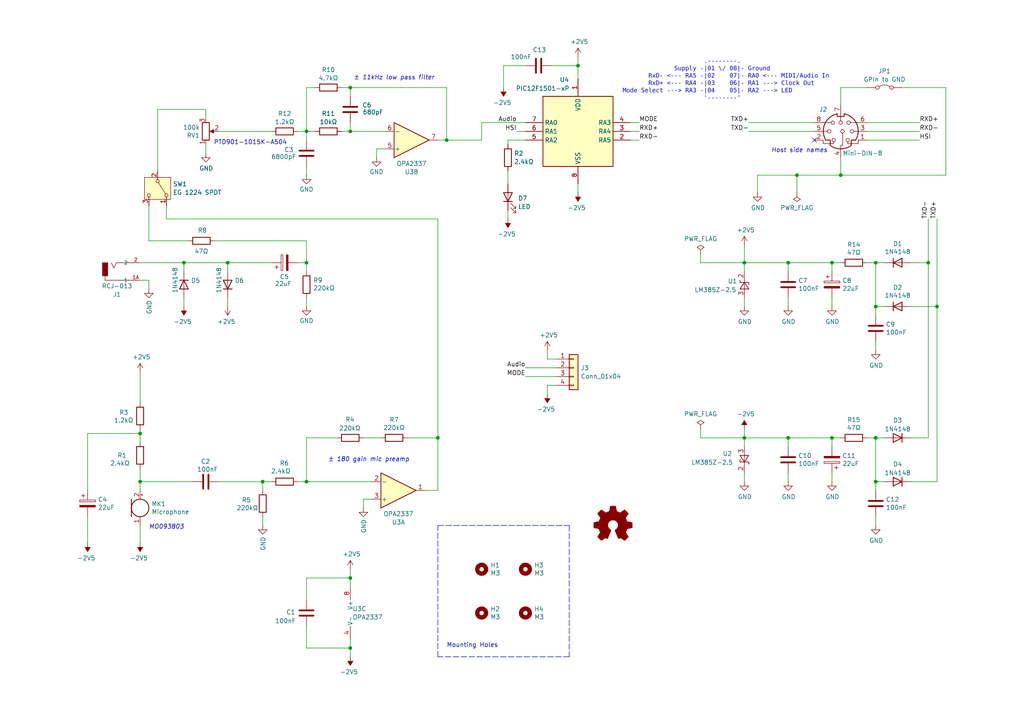
<source format=kicad_sch>
(kicad_sch (version 20231120) (generator "eeschema") (generator_version "8.0")
  (paper "A4")
  (title_block (title "TashRecorder") (date "2024-06-02") (rev "2.1") (company "Lostwave") (comment 1 "https://68kmla.org/bb/index.php?threads/tashrecorder-a-farallon-macrecorder-compatible-clone.47645/#post-534733") (comment 2 "https://github.com/lampmerchant/tashrecorder") (comment 3 "https://tinkerdifferent.com/threads/tashrecorder-a-farallon-macrecorder-compatible-clone.3632/"))
  (lib_symbols
    (symbol "Amplifier_Operational:OPA2134" (pin_names (offset 0.127))
      (property "Reference" "U" (at 0 5.08 0))
      (property "Value" "OPA2134" (at 0 -5.08 0))
      (symbol "OPA2134_1_1"
        (pin output line (at 7.62 0 180) (length 2.54) (name "~") (number "1"))
        (pin input line (at -7.62 -2.54 0) (length 2.54) (name "-") (number "2"))
        (pin input line (at -7.62 2.54 0) (length 2.54) (name "+") (number "3"))
      )
      (symbol "OPA2134_2_1"
        (pin input line (at -7.62 2.54 0) (length 2.54) (name "+") (number "5"))
        (pin input line (at -7.62 -2.54 0) (length 2.54) (name "-") (number "6"))
        (pin output line (at 7.62 0 180) (length 2.54) (name "~") (number "7"))
      )
      (symbol "OPA2134_3_1"
        (pin power_in line (at -2.54 -7.62 90) (length 3.81) (name "V-") (number "4"))
        (pin power_in line (at -2.54 7.62 270) (length 3.81) (name "V+") (number "8"))
      )
    )
    (symbol "CUI_RCJ-013:RCJ-013" (pin_names (offset 1.016))
      (property "Reference" "J" (at -2.54 3.81 0))
      (property "Value" "RCJ-013" (at -2.54 -6.35 0))
      (symbol "RCJ-013_0_0"
        (pin passive line (at 7.62 2.54 180) (length 2.54) (name "1") (number "1A"))
        (pin passive line (at 7.62 -2.54 180) (length 2.54) (name "2") (number "2"))
      )
    )
    (symbol "Connector:Mini-DIN-8" (pin_names (offset 1.016))
      (property "Reference" "J" (at 5.08 5.08 0))
      (property "Value" "Mini-DIN-8" (at 10.668 -5.08 0))
      (symbol "Mini-DIN-8_1_1"
        (pin passive line (at 7.62 -2.54 180) (length 2.54) (name "~") (number "1"))
        (pin passive line (at -7.62 -2.54 0) (length 2.54) (name "~") (number "2"))
        (pin passive line (at 7.62 0 180) (length 2.54) (name "~") (number "3"))
        (pin passive line (at 0 -7.62 90) (length 2.54) (name "~") (number "4"))
        (pin passive line (at -7.62 0 0) (length 2.54) (name "~") (number "5"))
        (pin passive line (at 7.62 2.54 180) (length 2.54) (name "~") (number "6"))
        (pin passive line (at 0 7.62 270) (length 2.54) (name "~") (number "7"))
        (pin passive line (at -7.62 2.54 0) (length 2.54) (name "~") (number "8"))
      )
    )
    (symbol "Connector_Generic:Conn_01x04" (pin_names (offset 1.016) hide)
      (property "Reference" "J" (at 0 5.08 0))
      (property "Value" "Conn_01x04" (at 0 -7.62 0))
      (symbol "Conn_01x04_1_1"
        (pin passive line (at -5.08 2.54 0) (length 3.81) (name "Pin_1") (number "1"))
        (pin passive line (at -5.08 0 0) (length 3.81) (name "Pin_2") (number "2"))
        (pin passive line (at -5.08 -2.54 0) (length 3.81) (name "Pin_3") (number "3"))
        (pin passive line (at -5.08 -5.08 0) (length 3.81) (name "Pin_4") (number "4"))
      )
    )
    (symbol "Device:C" (pin_numbers hide) (pin_names (offset 0.254))
      (property "Reference" "C" (at 0.635 2.54 0))
      (property "Value" "C" (at 0.635 -2.54 0))
      (symbol "C_1_1"
        (pin passive line (at 0 3.81 270) (length 2.794) (name "~") (number "1"))
        (pin passive line (at 0 -3.81 90) (length 2.794) (name "~") (number "2"))
      )
    )
    (symbol "Device:LED" (pin_numbers hide) (pin_names (offset 1.016) hide)
      (property "Reference" "D" (at 0 2.54 0))
      (property "Value" "LED" (at 0 -2.54 0))
      (symbol "LED_1_1"
        (pin passive line (at -3.81 0 0) (length 2.54) (name "K") (number "1"))
        (pin passive line (at 3.81 0 180) (length 2.54) (name "A") (number "2"))
      )
    )
    (symbol "Device:Microphone" (pin_names (offset 0.0254) hide)
      (property "Reference" "MK" (at -3.81 1.27 0))
      (property "Value" "Microphone" (at -3.81 -0.635 0))
      (symbol "Microphone_1_1"
        (pin passive line (at 0 -5.08 90) (length 2.54) (name "-") (number "1"))
        (pin passive line (at 0 5.08 270) (length 2.54) (name "+") (number "2"))
      )
    )
    (symbol "Device:R" (pin_numbers hide) (pin_names (offset 0))
      (property "Reference" "R" (at 2.032 0 90))
      (property "Value" "R" (at 0 0 90))
      (symbol "R_1_1"
        (pin passive line (at 0 3.81 270) (length 1.27) (name "~") (number "1"))
        (pin passive line (at 0 -3.81 90) (length 1.27) (name "~") (number "2"))
      )
    )
    (symbol "Diode:1N4148WS" (pin_numbers hide) (pin_names hide)
      (property "Reference" "D" (at 0 2.54 0))
      (property "Value" "1N4148WS" (at 0 -2.54 0))
      (symbol "1N4148WS_1_1"
        (pin passive line (at -3.81 0 0) (length 2.54) (name "K") (number "1"))
        (pin passive line (at 3.81 0 180) (length 2.54) (name "A") (number "2"))
      )
    )
    (symbol "Graphic:Logo_Open_Hardware_Small" (in_bom no) (on_board no))
    (symbol "Jumper:Jumper_2_Bridged" (pin_numbers hide) (pin_names (offset 0) hide) (exclude_from_sim yes)
      (property "Reference" "JP" (at 0 1.905 0))
      (property "Value" "Jumper_2_Bridged" (at 0 -2.54 0))
      (symbol "Jumper_2_Bridged_1_1"
        (pin passive line (at -5.08 0 0) (length 2.54) (name "A") (number "1"))
        (pin passive line (at 5.08 0 180) (length 2.54) (name "B") (number "2"))
      )
    )
    (symbol "MCU_Microchip_PIC12:PIC12F1501-xP"
      (property "Reference" "U" (at 1.27 13.97 0))
      (property "Value" "PIC12F1501-xP" (at 1.27 11.43 0))
      (symbol "PIC12F1501-xP_1_1"
        (pin power_in line (at 0 15.24 270) (length 5.08) (name "VDD") (number "1"))
        (pin bidirectional line (at 15.24 -2.54 180) (length 5.08) (name "RA5") (number "2"))
        (pin bidirectional line (at 15.24 0 180) (length 5.08) (name "RA4") (number "3"))
        (pin input line (at 15.24 2.54 180) (length 5.08) (name "RA3") (number "4"))
        (pin bidirectional line (at -15.24 -2.54 0) (length 5.08) (name "RA2") (number "5"))
        (pin bidirectional line (at -15.24 0 0) (length 5.08) (name "RA1") (number "6"))
        (pin bidirectional line (at -15.24 2.54 0) (length 5.08) (name "RA0") (number "7"))
        (pin power_in line (at 0 -15.24 90) (length 5.08) (name "VSS") (number "8"))
      )
    )
    (symbol "MacRecorder-rescue:+2V5-power" (power) (pin_names (offset 0))
      (property "Value" "power_+2V5" (at 0 3.556 0))
      (symbol "+2V5-power_1_1"
        (pin power_in line (at 0 0 90) (length 0) hide (name "+2V5") (number "1"))
      )
    )
    (symbol "MacRecorder-rescue:-2V5-power" (power) (pin_names (offset 0))
      (property "Value" "power_-2V5" (at 0 3.81 0))
      (symbol "-2V5-power_0_0"
        (pin power_in line (at 0 0 90) (length 0) hide (name "-2V5") (number "1"))
      )
    )
    (symbol "MacRecorder-rescue:CP-Device" (pin_numbers hide) (pin_names (offset 0.254))
      (property "Reference" "C" (at 0.635 2.54 0))
      (property "Value" "Device_CP" (at 0.635 -2.54 0))
      (symbol "CP-Device_1_1"
        (pin passive line (at 0 3.81 270) (length 2.794) (name "~") (number "1"))
        (pin passive line (at 0 -3.81 90) (length 2.794) (name "~") (number "2"))
      )
    )
    (symbol "MacRecorder-rescue:GND-power" (power) (pin_names (offset 0))
      (property "Value" "power_GND" (at 0 -3.81 0))
      (symbol "GND-power_1_1"
        (pin power_in line (at 0 0 270) (length 0) hide (name "GND") (number "1"))
      )
    )
    (symbol "MacRecorder-rescue:PWR_FLAG-power" (power) (pin_numbers hide) (pin_names (offset 0) hide)
      (property "Value" "power_PWR_FLAG" (at 0 3.81 0))
      (symbol "PWR_FLAG-power_0_0"
        (pin power_out line (at 0 0 90) (length 0) (name "pwr") (number "1"))
      )
    )
    (symbol "MacRecorder-rescue:R_POT-Device" (pin_names (offset 1.016) hide)
      (property "Reference" "RV" (at -4.445 0 90))
      (property "Value" "Device_R_POT" (at -2.54 0 90))
      (symbol "R_POT-Device_1_1"
        (pin passive line (at 0 3.81 270) (length 1.27) (name "1") (number "1"))
        (pin passive line (at 3.81 0 180) (length 1.27) (name "2") (number "2"))
        (pin passive line (at 0 -3.81 90) (length 1.27) (name "3") (number "3"))
      )
    )
    (symbol "Mechanical:MountingHole" (pin_names (offset 1.016)) (exclude_from_sim yes) (in_bom no)
      (property "Reference" "H" (at 0 5.08 0))
      (property "Value" "MountingHole" (at 0 3.175 0))
    )
    (symbol "Reference_Voltage:LM385Z-2.5" (pin_names (offset 0.0254) hide)
      (property "Reference" "U" (at 0 2.54 0))
      (property "Value" "LM385Z-2.5" (at 0 -3.175 0))
      (symbol "LM385Z-2.5_1_1"
        (pin passive line (at 3.81 0 180) (length 2.54) (name "K") (number "2"))
        (pin passive line (at -3.81 0 0) (length 2.54) (name "A") (number "3"))
      )
    )
    (symbol "Switch:SW_SPDT" (pin_names (offset 0) hide)
      (property "Reference" "SW" (at 0 5.08 0))
      (property "Value" "SW_SPDT" (at 0 -5.08 0))
      (symbol "SW_SPDT_1_1"
        (pin passive line (at 5.08 2.54 180) (length 2.54) (name "A") (number "1"))
        (pin passive line (at -5.08 0 0) (length 2.54) (name "B") (number "2"))
        (pin passive line (at 5.08 -2.54 180) (length 2.54) (name "C") (number "3"))
      )
    )
    (symbol "power:GND" (power) (pin_numbers hide) (pin_names (offset 0) hide)
      (property "Value" "GND" (at 0 -3.81 0))
      (symbol "GND_1_1"
        (pin power_in line (at 0 0 270) (length 0) (name "~") (number "1"))
      )
    )
  )
  (junction (at 167.64 19.05))
  (junction (at 53.34 76.2))
  (junction (at 66.04 76.2))
  (junction (at 271.78 88.9))
  (junction (at 228.6 127))
  (junction (at 231.14 50.8))
  (junction (at 254 139.7))
  (junction (at 127 127))
  (junction (at 40.64 139.7))
  (junction (at 101.6 187.96))
  (junction (at 241.3 127))
  (junction (at 88.9 139.7))
  (junction (at 241.3 76.2))
  (junction (at 254 127))
  (junction (at 40.64 125.73))
  (junction (at 101.6 25.4))
  (junction (at 88.9 76.2))
  (junction (at 101.6 167.64))
  (junction (at 243.84 50.8))
  (junction (at 215.9 127))
  (junction (at 101.6 38.1))
  (junction (at 76.2 139.7))
  (junction (at 254 76.2))
  (junction (at 269.24 76.2))
  (junction (at 215.9 76.2))
  (junction (at 88.9 38.1))
  (junction (at 254 88.9))
  (junction (at 228.6 76.2))
  (junction (at 129.54 40.64))
  (no_connect (at 236.22 40.64))
  (wire (pts (xy 228.6 76.2) (xy 215.9 76.2)))
  (wire (pts (xy 228.6 78.74) (xy 228.6 76.2)))
  (wire (pts (xy 251.46 35.56) (xy 266.7 35.56)))
  (wire (pts (xy 53.34 88.9) (xy 53.34 86.36)))
  (wire (pts (xy 147.32 60.96) (xy 147.32 63.5)))
  (wire (pts (xy 152.4 109.22) (xy 161.29 109.22)))
  (wire (pts (xy 228.6 127) (xy 241.3 127)))
  (wire (pts (xy 88.9 173.99) (xy 88.9 167.64)))
  (wire (pts (xy 152.4 106.68) (xy 161.29 106.68)))
  (wire (pts (xy 127 127) (xy 118.11 127)))
  (wire (pts (xy 182.88 40.64) (xy 185.42 40.64)))
  (wire (pts (xy 40.64 76.2) (xy 53.34 76.2)))
  (wire (pts (xy 63.5 139.7) (xy 76.2 139.7)))
  (wire (pts (xy 167.64 53.34) (xy 167.64 55.88)))
  (wire (pts (xy 40.64 152.4) (xy 40.64 157.48)))
  (wire (pts (xy 167.64 16.51) (xy 167.64 19.05)))
  (wire (pts (xy 109.22 43.18) (xy 111.76 43.18)))
  (wire (pts (xy 254 127) (xy 256.54 127)))
  (wire (pts (xy 129.54 40.64) (xy 129.54 25.4)))
  (wire (pts (xy 160.02 19.05) (xy 167.64 19.05)))
  (wire (pts (xy 147.32 40.64) (xy 152.4 40.64)))
  (wire (pts (xy 241.3 78.74) (xy 241.3 76.2)))
  (wire (pts (xy 105.41 147.32) (xy 105.41 144.78)))
  (polyline (pts (xy 165.1 190.5) (xy 127 190.5)) (stroke (width 0) (type dash)))
  (wire (pts (xy 76.2 139.7) (xy 76.2 142.24)))
  (wire (pts (xy 158.75 111.76) (xy 161.29 111.76)))
  (wire (pts (xy 129.54 25.4) (xy 101.6 25.4)))
  (wire (pts (xy 243.84 25.4) (xy 251.46 25.4)))
  (wire (pts (xy 127 142.24) (xy 127 127)))
  (wire (pts (xy 48.26 63.5) (xy 127 63.5)))
  (wire (pts (xy 88.9 38.1) (xy 88.9 40.64)))
  (wire (pts (xy 88.9 139.7) (xy 88.9 127)))
  (wire (pts (xy 129.54 40.64) (xy 139.7 40.64)))
  (wire (pts (xy 182.88 35.56) (xy 185.42 35.56)))
  (wire (pts (xy 101.6 167.64) (xy 101.6 165.1)))
  (wire (pts (xy 109.22 45.72) (xy 109.22 43.18)))
  (wire (pts (xy 215.9 127) (xy 203.2 127)))
  (wire (pts (xy 167.64 19.05) (xy 167.64 22.86)))
  (wire (pts (xy 45.72 49.53) (xy 45.72 31.75)))
  (wire (pts (xy 219.71 50.8) (xy 231.14 50.8)))
  (wire (pts (xy 88.9 139.7) (xy 107.95 139.7)))
  (wire (pts (xy 139.7 40.64) (xy 139.7 35.56)))
  (wire (pts (xy 123.19 142.24) (xy 127 142.24)))
  (wire (pts (xy 88.9 86.36) (xy 88.9 88.9)))
  (wire (pts (xy 99.06 38.1) (xy 101.6 38.1)))
  (wire (pts (xy 217.17 38.1) (xy 236.22 38.1)))
  (wire (pts (xy 251.46 76.2) (xy 254 76.2)))
  (wire (pts (xy 105.41 144.78) (xy 107.95 144.78)))
  (wire (pts (xy 101.6 25.4) (xy 99.06 25.4)))
  (wire (pts (xy 101.6 167.64) (xy 101.6 170.18)))
  (wire (pts (xy 147.32 49.53) (xy 147.32 53.34)))
  (wire (pts (xy 228.6 139.7) (xy 228.6 137.16)))
  (wire (pts (xy 215.9 76.2) (xy 203.2 76.2)))
  (wire (pts (xy 86.36 38.1) (xy 88.9 38.1)))
  (wire (pts (xy 76.2 139.7) (xy 78.74 139.7)))
  (wire (pts (xy 241.3 76.2) (xy 243.84 76.2)))
  (wire (pts (xy 63.5 38.1) (xy 78.74 38.1)))
  (wire (pts (xy 215.9 71.12) (xy 215.9 76.2)))
  (wire (pts (xy 254 88.9) (xy 254 76.2)))
  (wire (pts (xy 161.29 104.14) (xy 158.75 104.14)))
  (wire (pts (xy 66.04 76.2) (xy 78.74 76.2)))
  (wire (pts (xy 91.44 25.4) (xy 88.9 25.4)))
  (wire (pts (xy 88.9 76.2) (xy 88.9 69.85)))
  (wire (pts (xy 228.6 129.54) (xy 228.6 127)))
  (wire (pts (xy 66.04 76.2) (xy 66.04 78.74)))
  (wire (pts (xy 251.46 38.1) (xy 266.7 38.1)))
  (wire (pts (xy 25.4 125.73) (xy 40.64 125.73)))
  (wire (pts (xy 264.16 76.2) (xy 269.24 76.2)))
  (wire (pts (xy 228.6 88.9) (xy 228.6 86.36)))
  (wire (pts (xy 269.24 76.2) (xy 269.24 63.5)))
  (wire (pts (xy 40.64 139.7) (xy 40.64 142.24)))
  (wire (pts (xy 158.75 104.14) (xy 158.75 101.6)))
  (wire (pts (xy 88.9 139.7) (xy 86.36 139.7)))
  (wire (pts (xy 215.9 78.74) (xy 215.9 76.2)))
  (wire (pts (xy 101.6 187.96) (xy 101.6 190.5)))
  (wire (pts (xy 88.9 25.4) (xy 88.9 38.1)))
  (wire (pts (xy 149.86 38.1) (xy 152.4 38.1)))
  (wire (pts (xy 88.9 187.96) (xy 101.6 187.96)))
  (wire (pts (xy 88.9 167.64) (xy 101.6 167.64)))
  (wire (pts (xy 231.14 50.8) (xy 231.14 55.88)))
  (wire (pts (xy 241.3 139.7) (xy 241.3 137.16)))
  (wire (pts (xy 54.61 69.85) (xy 43.18 69.85)))
  (wire (pts (xy 274.32 25.4) (xy 274.32 50.8)))
  (wire (pts (xy 243.84 30.48) (xy 243.84 25.4)))
  (wire (pts (xy 88.9 127) (xy 97.79 127)))
  (wire (pts (xy 182.88 38.1) (xy 185.42 38.1)))
  (wire (pts (xy 261.62 25.4) (xy 274.32 25.4)))
  (wire (pts (xy 40.64 107.95) (xy 40.64 116.84)))
  (wire (pts (xy 217.17 35.56) (xy 236.22 35.56)))
  (wire (pts (xy 215.9 139.7) (xy 215.9 137.16)))
  (wire (pts (xy 251.46 40.64) (xy 266.7 40.64)))
  (wire (pts (xy 127 63.5) (xy 127 127)))
  (wire (pts (xy 88.9 38.1) (xy 91.44 38.1)))
  (wire (pts (xy 48.26 59.69) (xy 48.26 63.5)))
  (wire (pts (xy 271.78 63.5) (xy 271.78 88.9)))
  (wire (pts (xy 254 101.6) (xy 254 99.06)))
  (wire (pts (xy 215.9 129.54) (xy 215.9 127)))
  (wire (pts (xy 25.4 149.86) (xy 25.4 157.48)))
  (wire (pts (xy 86.36 76.2) (xy 88.9 76.2)))
  (wire (pts (xy 43.18 83.82) (xy 43.18 81.28)))
  (wire (pts (xy 53.34 76.2) (xy 53.34 78.74)))
  (wire (pts (xy 203.2 73.66) (xy 203.2 76.2)))
  (polyline (pts (xy 127 152.4) (xy 165.1 152.4)) (stroke (width 0) (type dash)))
  (wire (pts (xy 256.54 139.7) (xy 254 139.7)))
  (wire (pts (xy 243.84 50.8) (xy 274.32 50.8)))
  (wire (pts (xy 254 91.44) (xy 254 88.9)))
  (wire (pts (xy 254 152.4) (xy 254 149.86)))
  (wire (pts (xy 101.6 25.4) (xy 101.6 27.94)))
  (wire (pts (xy 88.9 78.74) (xy 88.9 76.2)))
  (wire (pts (xy 45.72 31.75) (xy 59.69 31.75)))
  (wire (pts (xy 101.6 185.42) (xy 101.6 187.96)))
  (wire (pts (xy 101.6 35.56) (xy 101.6 38.1)))
  (wire (pts (xy 62.23 69.85) (xy 88.9 69.85)))
  (wire (pts (xy 215.9 127) (xy 215.9 124.46)))
  (wire (pts (xy 88.9 48.26) (xy 88.9 50.8)))
  (wire (pts (xy 59.69 44.45) (xy 59.69 41.91)))
  (wire (pts (xy 40.64 125.73) (xy 40.64 124.46)))
  (wire (pts (xy 228.6 127) (xy 215.9 127)))
  (wire (pts (xy 254 76.2) (xy 256.54 76.2)))
  (wire (pts (xy 269.24 127) (xy 269.24 76.2)))
  (wire (pts (xy 101.6 38.1) (xy 111.76 38.1)))
  (wire (pts (xy 40.64 125.73) (xy 40.64 128.27)))
  (wire (pts (xy 271.78 88.9) (xy 271.78 139.7)))
  (wire (pts (xy 251.46 127) (xy 254 127)))
  (wire (pts (xy 241.3 88.9) (xy 241.3 86.36)))
  (wire (pts (xy 203.2 127) (xy 203.2 124.46)))
  (wire (pts (xy 59.69 34.29) (xy 59.69 31.75)))
  (wire (pts (xy 76.2 149.86) (xy 76.2 152.4)))
  (wire (pts (xy 256.54 88.9) (xy 254 88.9)))
  (wire (pts (xy 215.9 88.9) (xy 215.9 86.36)))
  (wire (pts (xy 254 139.7) (xy 254 127)))
  (wire (pts (xy 146.05 25.4) (xy 146.05 19.05)))
  (wire (pts (xy 254 142.24) (xy 254 139.7)))
  (wire (pts (xy 43.18 59.69) (xy 43.18 69.85)))
  (wire (pts (xy 88.9 181.61) (xy 88.9 187.96)))
  (wire (pts (xy 105.41 127) (xy 110.49 127)))
  (wire (pts (xy 241.3 127) (xy 243.84 127)))
  (wire (pts (xy 147.32 41.91) (xy 147.32 40.64)))
  (wire (pts (xy 25.4 142.24) (xy 25.4 125.73)))
  (polyline (pts (xy 165.1 152.4) (xy 165.1 190.5)) (stroke (width 0) (type dash)))
  (wire (pts (xy 264.16 127) (xy 269.24 127)))
  (wire (pts (xy 231.14 50.8) (xy 243.84 50.8)))
  (wire (pts (xy 53.34 76.2) (xy 66.04 76.2)))
  (wire (pts (xy 243.84 45.72) (xy 243.84 50.8)))
  (wire (pts (xy 43.18 81.28) (xy 40.64 81.28)))
  (wire (pts (xy 66.04 88.9) (xy 66.04 86.36)))
  (wire (pts (xy 219.71 50.8) (xy 219.71 55.88)))
  (wire (pts (xy 271.78 139.7) (xy 264.16 139.7)))
  (wire (pts (xy 158.75 114.3) (xy 158.75 111.76)))
  (wire (pts (xy 228.6 76.2) (xy 241.3 76.2)))
  (wire (pts (xy 146.05 19.05) (xy 152.4 19.05)))
  (wire (pts (xy 241.3 129.54) (xy 241.3 127)))
  (wire (pts (xy 264.16 88.9) (xy 271.78 88.9)))
  (polyline (pts (xy 127 190.5) (xy 127 152.4)) (stroke (width 0) (type dash)))
  (wire (pts (xy 127 40.64) (xy 129.54 40.64)))
  (wire (pts (xy 40.64 139.7) (xy 55.88 139.7)))
  (wire (pts (xy 40.64 135.89) (xy 40.64 139.7)))
  (wire (pts (xy 139.7 35.56) (xy 152.4 35.56)))
  (text "                      .--------.\n              Supply -|01 \\/ 08|- Ground\n       RxD- <--- RA5 -|02    07|- RA0 <--- MIDI/Audio In\n       RxD+ <--- RA4 -|03    06|- RA1 ---> Clock Out\nMode Select ---> RA3 -|04    05|- RA2 ---> LED\n                      '--------'" (at 180.594 23.622 0) (effects (font (size 1.27 1.27)) (justify left)))
  (text "± 11kHz low pass filter" (at 114.3 22.606 0) (effects (font (size 1.27 1.27) (italic yes))))
  (text "PTD901-1015K-A504" (at 72.644 41.402 0) (effects (font (size 1.27 1.27))))
  (text "± 180 gain mic preamp" (at 106.934 133.35 0) (effects (font (size 1.27 1.27) (italic yes))))
  (text "MO093803" (at 43.18 153.67 0) (effects (font (size 1.27 1.27) (italic yes)) (justify left bottom)))
  (text "Mounting Holes" (at 129.54 187.96 0) (effects (font (size 1.27 1.27)) (justify left bottom)))
  (text "Host side names" (at 240.03 44.45 0) (effects (font (size 1.27 1.27) (italic yes)) (justify right bottom)))
  (label "Audio" (at 152.4 106.68 180))
  (label "RXD+" (at 266.7 35.56 0))
  (label "RXD-" (at 266.7 38.1 0))
  (label "Audio" (at 149.86 35.56 180))
  (label "TXD-" (at 217.17 38.1 180))
  (label "TXD-" (at 269.24 63.5 90))
  (label "MODE" (at 152.4 109.22 180))
  (label "HSI" (at 149.86 38.1 180))
  (label "TXD+" (at 271.78 63.5 90))
  (label "MODE" (at 185.42 35.56 0))
  (label "HSI" (at 266.7 40.64 0))
  (label "TXD+" (at 217.17 35.56 180))
  (label "RXD-" (at 185.42 40.64 0))
  (label "RXD+" (at 185.42 38.1 0))
  (symbol (lib_id "Connector:Mini-DIN-8") (at 243.84 38.1 0) (unit 1)
    (property "Reference" "J2" (at 238.76 31.75 0))
    (property "Value" "Mini-DIN-8" (at 250.19 44.45 0))
    (property "Footprint" "Mini-DIN-8:57492681" (effects (hide yes)))
    (property "Datasheet" "http://service.powerdynamics.com/ec/Catalog17/Section%2011.pdf" (effects (hide yes)))
  )
  (symbol (lib_id "MacRecorder-rescue:GND-power") (at 219.71 55.88 0) (unit 1)
    (property "Reference" "#PWR0101" (effects (hide yes)))
    (property "Value" "GND" (at 219.837 60.2742 0))
  )
  (symbol (lib_id "Diode:1N4148WS") (at 260.35 76.2 0) (unit 1)
    (property "Reference" "D1" (at 260.35 70.6882 0))
    (property "Value" "1N4148" (at 260.35 72.9996 0))
    (property "Footprint" "Diode_THT:D_DO-35_SOD27_P7.62mm_Horizontal" (effects (hide yes)))
    (property "Datasheet" "https://www.vishay.com/docs/85751/1n4148ws.pdf" (effects (hide yes)))
  )
  (symbol (lib_id "Diode:1N4148WS") (at 260.35 88.9 0) (unit 1)
    (property "Reference" "D2" (at 260.35 83.3882 0))
    (property "Value" "1N4148" (at 260.35 85.6996 0))
    (property "Footprint" "Diode_THT:D_DO-35_SOD27_P7.62mm_Horizontal" (effects (hide yes)))
    (property "Datasheet" "https://www.vishay.com/docs/85751/1n4148ws.pdf" (effects (hide yes)))
  )
  (symbol (lib_id "Diode:1N4148WS") (at 260.35 127 180) (unit 1)
    (property "Reference" "D3" (at 260.35 121.92 0))
    (property "Value" "1N4148" (at 260.35 124.46 0))
    (property "Footprint" "Diode_THT:D_DO-35_SOD27_P7.62mm_Horizontal" (effects (hide yes)))
    (property "Datasheet" "https://www.vishay.com/docs/85751/1n4148ws.pdf" (effects (hide yes)))
  )
  (symbol (lib_id "Diode:1N4148WS") (at 260.35 139.7 180) (unit 1)
    (property "Reference" "D4" (at 260.35 134.62 0))
    (property "Value" "1N4148" (at 260.35 137.16 0))
    (property "Footprint" "Diode_THT:D_DO-35_SOD27_P7.62mm_Horizontal" (effects (hide yes)))
    (property "Datasheet" "https://www.vishay.com/docs/85751/1n4148ws.pdf" (effects (hide yes)))
  )
  (symbol (lib_id "Device:C") (at 254 146.05 0) (unit 1)
    (property "Reference" "C12" (at 256.921 144.8816 0) (effects (justify left)))
    (property "Value" "100nF" (at 256.921 147.193 0) (effects (justify left)))
    (property "Footprint" "Capacitor_THT:C_Disc_D4.3mm_W1.9mm_P5.00mm" (effects (hide yes)))
  )
  (symbol (lib_id "MacRecorder-rescue:GND-power") (at 254 152.4 0) (unit 1)
    (property "Reference" "#PWR0102" (effects (hide yes)))
    (property "Value" "GND" (at 254.127 156.7942 0))
  )
  (symbol (lib_id "MacRecorder-rescue:CP-Device") (at 241.3 133.35 180) (unit 1)
    (property "Reference" "C11" (at 244.2972 132.1816 0) (effects (justify right)))
    (property "Value" "22uF" (at 244.2972 134.493 0) (effects (justify right)))
    (property "Footprint" "Capacitor_THT:CP_Radial_D5.0mm_P2.50mm" (effects (hide yes)))
  )
  (symbol (lib_id "MacRecorder-rescue:GND-power") (at 241.3 139.7 0) (unit 1)
    (property "Reference" "#PWR0103" (effects (hide yes)))
    (property "Value" "GND" (at 241.427 144.0942 0))
  )
  (symbol (lib_id "Device:R") (at 247.65 127 270) (unit 1)
    (property "Reference" "R15" (at 247.65 121.7422 90))
    (property "Value" "47Ω" (at 247.65 124.0536 90))
    (property "Footprint" "Resistor_THT:R_Axial_DIN0207_L6.3mm_D2.5mm_P2.54mm_Vertical" (effects (hide yes)))
  )
  (symbol (lib_id "Device:C") (at 228.6 133.35 0) (unit 1)
    (property "Reference" "C10" (at 231.521 132.1816 0) (effects (justify left)))
    (property "Value" "100nF" (at 231.521 134.493 0) (effects (justify left)))
    (property "Footprint" "Capacitor_THT:C_Disc_D4.3mm_W1.9mm_P5.00mm" (effects (hide yes)))
  )
  (symbol (lib_id "MacRecorder-rescue:-2V5-power") (at 215.9 124.46 0) (unit 1)
    (property "Reference" "#PWR0106" (effects (hide yes)))
    (property "Value" "-2V5" (at 216.281 120.0658 0))
  )
  (symbol (lib_id "MacRecorder-rescue:GND-power") (at 228.6 139.7 0) (unit 1)
    (property "Reference" "#PWR0107" (effects (hide yes)))
    (property "Value" "GND" (at 228.727 144.0942 0))
  )
  (symbol (lib_id "MacRecorder-rescue:GND-power") (at 215.9 139.7 0) (unit 1)
    (property "Reference" "#PWR0108" (effects (hide yes)))
    (property "Value" "GND" (at 216.027 144.0942 0))
  )
  (symbol (lib_id "Device:C") (at 254 95.25 0) (unit 1)
    (property "Reference" "C9" (at 256.921 94.0816 0) (effects (justify left)))
    (property "Value" "100nF" (at 256.921 96.393 0) (effects (justify left)))
    (property "Footprint" "Capacitor_THT:C_Disc_D4.3mm_W1.9mm_P5.00mm" (effects (hide yes)))
  )
  (symbol (lib_id "MacRecorder-rescue:GND-power") (at 254 101.6 0) (unit 1)
    (property "Reference" "#PWR0109" (effects (hide yes)))
    (property "Value" "GND" (at 254.127 105.9942 0))
  )
  (symbol (lib_id "MacRecorder-rescue:CP-Device") (at 241.3 82.55 0) (unit 1)
    (property "Reference" "C8" (at 244.2972 81.3816 0) (effects (justify left)))
    (property "Value" "22uF" (at 244.2972 83.693 0) (effects (justify left)))
    (property "Footprint" "Capacitor_THT:CP_Radial_D5.0mm_P2.50mm" (effects (hide yes)))
  )
  (symbol (lib_id "MacRecorder-rescue:GND-power") (at 241.3 88.9 0) (unit 1)
    (property "Reference" "#PWR0110" (effects (hide yes)))
    (property "Value" "GND" (at 241.427 93.2942 0))
  )
  (symbol (lib_id "Device:R") (at 247.65 76.2 270) (unit 1)
    (property "Reference" "R14" (at 247.65 70.9422 90))
    (property "Value" "47Ω" (at 247.65 73.2536 90))
    (property "Footprint" "Resistor_THT:R_Axial_DIN0207_L6.3mm_D2.5mm_P2.54mm_Vertical" (effects (hide yes)))
  )
  (symbol (lib_id "Device:C") (at 228.6 82.55 0) (unit 1)
    (property "Reference" "C7" (at 231.521 81.3816 0) (effects (justify left)))
    (property "Value" "100nF" (at 231.521 83.693 0) (effects (justify left)))
    (property "Footprint" "Capacitor_THT:C_Disc_D4.3mm_W1.9mm_P5.00mm" (effects (hide yes)))
  )
  (symbol (lib_id "MacRecorder-rescue:GND-power") (at 228.6 88.9 0) (unit 1)
    (property "Reference" "#PWR0112" (effects (hide yes)))
    (property "Value" "GND" (at 228.727 93.2942 0))
  )
  (symbol (lib_id "MacRecorder-rescue:GND-power") (at 215.9 88.9 0) (unit 1)
    (property "Reference" "#PWR0113" (effects (hide yes)))
    (property "Value" "GND" (at 216.027 93.2942 0))
  )
  (symbol (lib_id "MacRecorder-rescue:PWR_FLAG-power") (at 203.2 73.66 0) (unit 1)
    (property "Reference" "#FLG0101" (effects (hide yes)))
    (property "Value" "PWR_FLAG" (at 203.2 69.2658 0))
  )
  (symbol (lib_id "MacRecorder-rescue:PWR_FLAG-power") (at 203.2 124.46 0) (unit 1)
    (property "Reference" "#FLG0102" (effects (hide yes)))
    (property "Value" "PWR_FLAG" (at 203.2 120.0658 0))
  )
  (symbol (lib_id "MacRecorder-rescue:+2V5-power") (at 215.9 71.12 0) (unit 1)
    (property "Reference" "#PWR0111" (effects (hide yes)))
    (property "Value" "+2V5" (at 216.281 66.7258 0))
  )
  (symbol (lib_id "MacRecorder-rescue:PWR_FLAG-power") (at 231.14 55.88 180) (unit 1)
    (property "Reference" "#FLG0105" (effects (hide yes)))
    (property "Value" "PWR_FLAG" (at 231.14 60.2742 0))
  )
  (symbol (lib_id "Mechanical:MountingHole") (at 152.4 165.1 0) (unit 1) (in_bom no)
    (property "Reference" "H3" (at 154.94 163.9316 0) (effects (justify left)))
    (property "Value" "M3" (at 154.94 166.243 0) (effects (justify left)))
    (property "Footprint" "MountingHole:MountingHole_3.2mm_M3_Pad" (effects (hide yes)))
  )
  (symbol (lib_id "Mechanical:MountingHole") (at 139.7 177.8 0) (unit 1) (in_bom no)
    (property "Reference" "H2" (at 142.24 176.6316 0) (effects (justify left)))
    (property "Value" "M3" (at 142.24 178.943 0) (effects (justify left)))
    (property "Footprint" "MountingHole:MountingHole_3.2mm_M3_Pad" (effects (hide yes)))
  )
  (symbol (lib_id "Mechanical:MountingHole") (at 152.4 177.8 0) (unit 1) (in_bom no)
    (property "Reference" "H4" (at 154.94 176.6316 0) (effects (justify left)))
    (property "Value" "M3" (at 154.94 178.943 0) (effects (justify left)))
    (property "Footprint" "MountingHole:MountingHole_3.2mm_M3_Pad" (effects (hide yes)))
  )
  (symbol (lib_id "Graphic:Logo_Open_Hardware_Small") (at 177.8 152.4 0) (unit 1)
    (property "Reference" "#LOGO1" (effects (hide yes)))
    (property "Value" "Logo_Open_Hardware_Small" (effects (hide yes)))
    (property "Footprint" "Symbol:OSHW-Logo2_7.3x6mm_SilkScreen" (effects (hide yes)))
  )
  (symbol (lib_id "MacRecorder-rescue:GND-power") (at 76.2 152.4 0) (unit 1)
    (property "Reference" "#PWR015" (effects (hide yes)))
    (property "Value" "GND" (at 76.327 155.6512 90) (effects (justify right)))
  )
  (symbol (lib_id "MacRecorder-rescue:+2V5-power") (at 158.75 101.6 0) (unit 1)
    (property "Reference" "#PWR019" (effects (hide yes)))
    (property "Value" "+2V5" (at 159.131 97.2058 0))
  )
  (symbol (lib_id "MacRecorder-rescue:GND-power") (at 43.18 83.82 0) (unit 1)
    (property "Reference" "#PWR02" (effects (hide yes)))
    (property "Value" "GND" (at 43.307 87.0712 90) (effects (justify right)))
  )
  (symbol (lib_id "MacRecorder-rescue:CP-Device") (at 82.55 76.2 90) (unit 1)
    (property "Reference" "C5" (at 83.82 80.264 90) (effects (justify left)))
    (property "Value" "22uF" (at 84.582 82.296 90) (effects (justify left)))
    (property "Footprint" "Capacitor_THT:CP_Radial_D5.0mm_P2.50mm" (effects (hide yes)))
  )
  (symbol (lib_id "Device:R") (at 40.64 120.65 0) (unit 1)
    (property "Reference" "R3" (at 34.544 119.634 0) (effects (justify left)))
    (property "Value" "1.2kΩ" (at 33.02 121.92 0) (effects (justify left)))
    (property "Footprint" "Resistor_THT:R_Axial_DIN0207_L6.3mm_D2.5mm_P7.62mm_Horizontal" (effects (hide yes)))
  )
  (symbol (lib_id "Device:C") (at 156.21 19.05 270) (unit 1)
    (property "Reference" "C13" (at 156.464 14.478 90))
    (property "Value" "100nF" (at 151.13 16.51 90))
    (property "Footprint" "Capacitor_THT:C_Disc_D4.3mm_W1.9mm_P5.00mm" (effects (hide yes)))
  )
  (symbol (lib_id "Device:R") (at 95.25 25.4 90) (unit 1)
    (property "Reference" "R10" (at 95.25 20.2395 90))
    (property "Value" "4.7kΩ" (at 95.25 22.6638 90))
    (property "Footprint" "Resistor_THT:R_Axial_DIN0207_L6.3mm_D2.5mm_P2.54mm_Vertical" (effects (hide yes)))
    (property "Description" "Resistor" (effects (hide yes)))
  )
  (symbol (lib_id "MacRecorder-rescue:-2V5-power") (at 101.6 190.5 180) (unit 1)
    (property "Reference" "#PWR08" (effects (hide yes)))
    (property "Value" "-2V5" (at 101.219 194.8942 0))
  )
  (symbol (lib_id "MacRecorder-rescue:+2V5-power") (at 167.64 16.51 0) (unit 1)
    (property "Reference" "#PWR05" (effects (hide yes)))
    (property "Value" "+2V5" (at 168.021 12.1158 0))
  )
  (symbol (lib_id "Mechanical:MountingHole") (at 139.7 165.1 0) (unit 1) (in_bom no)
    (property "Reference" "H1" (at 142.24 163.9316 0) (effects (justify left)))
    (property "Value" "M3" (at 142.24 166.243 0) (effects (justify left)))
    (property "Footprint" "MountingHole:MountingHole_3.2mm_M3_Pad" (effects (hide yes)))
  )
  (symbol (lib_id "MacRecorder-rescue:-2V5-power") (at 53.34 88.9 180) (unit 1)
    (property "Reference" "#PWR07" (effects (hide yes)))
    (property "Value" "-2V5" (at 52.959 93.2942 0))
  )
  (symbol (lib_id "Diode:1N4148WS") (at 66.04 82.55 90) (unit 1)
    (property "Reference" "D6" (at 68.072 81.3816 90) (effects (justify right)))
    (property "Value" "1N4148" (at 63.5 77.47 0) (effects (justify right)))
    (property "Footprint" "Diode_THT:D_DO-35_SOD27_P7.62mm_Horizontal" (effects (hide yes)))
    (property "Datasheet" "https://www.vishay.com/docs/85751/1n4148ws.pdf" (effects (hide yes)))
  )
  (symbol (lib_id "Reference_Voltage:LM385Z-2.5") (at 215.9 133.35 270) (unit 1)
    (property "Reference" "U2" (at 212.344 131.572 90) (effects (justify right)))
    (property "Value" "LM385Z-2.5" (at 212.598 134.112 90) (effects (justify right)))
    (property "Footprint" "Package_TO_SOT_THT:TO-92_HandSolder" (effects (hide yes)))
    (property "Datasheet" "http://www.onsemi.com/pub_link/Collateral/LM285-D.PDF" (effects (hide yes)))
    (property "Description" "2.5V Micropower Voltage Reference Diodes, TO-92" (effects (hide yes)))
  )
  (symbol (lib_id "MacRecorder-rescue:-2V5-power") (at 40.64 157.48 180) (unit 1)
    (property "Reference" "#PWR01" (effects (hide yes)))
    (property "Value" "-2V5" (at 40.259 161.8742 0))
  )
  (symbol (lib_id "Device:R") (at 82.55 38.1 90) (unit 1)
    (property "Reference" "R12" (at 82.55 32.9395 90))
    (property "Value" "1.2kΩ" (at 82.55 35.3638 90))
    (property "Footprint" "Resistor_THT:R_Axial_DIN0207_L6.3mm_D2.5mm_P2.54mm_Vertical" (effects (hide yes)))
    (property "Description" "Resistor" (effects (hide yes)))
  )
  (symbol (lib_id "Device:Microphone") (at 40.64 147.32 0) (unit 1)
    (property "Reference" "MK1" (at 43.942 146.1516 0) (effects (justify left)))
    (property "Value" "Microphone" (at 43.942 148.463 0) (effects (justify left)))
    (property "Footprint" "CMA-4544PF-W:CMA4544PFW" (effects (hide yes)))
  )
  (symbol (lib_id "MacRecorder-rescue:-2V5-power") (at 167.64 55.88 180) (unit 1)
    (property "Reference" "#PWR04" (effects (hide yes)))
    (property "Value" "-2V5" (at 167.259 60.2742 0))
  )
  (symbol (lib_id "Amplifier_Operational:OPA2134") (at 115.57 142.24 0) (mirror x) (unit 1)
    (property "Reference" "U3" (at 115.57 151.4645 0))
    (property "Value" "OPA2337" (at 115.57 149.0402 0))
    (property "Footprint" "Package_DIP:DIP-8_W7.62mm_LongPads" (effects (hide yes)))
    (property "Datasheet" "http://www.ti.com/lit/ds/symlink/opa134.pdf" (effects (hide yes)))
    (property "Description" "Dual SoundPlus High Performance Audio Operational Amplifiers, DIP-8/SOIC-8" (effects (hide yes)))
  )
  (symbol (lib_id "Device:R") (at 114.3 127 270) (unit 1)
    (property "Reference" "R7" (at 114.3 121.7422 90))
    (property "Value" "220kΩ" (at 114.3 124.0536 90))
    (property "Footprint" "Resistor_THT:R_Axial_DIN0207_L6.3mm_D2.5mm_P2.54mm_Vertical" (effects (hide yes)))
  )
  (symbol (lib_id "Switch:SW_SPDT") (at 45.72 54.61 270) (unit 1)
    (property "Reference" "SW1" (at 50.165 53.3978 90) (effects (justify left)))
    (property "Value" "EG 1224 SPDT" (at 50.165 55.8221 90) (effects (justify left)))
    (property "Footprint" "MacRecorder:EG1224" (effects (hide yes)))
    (property "Description" "Switch, single pole double throw" (effects (hide yes)))
  )
  (symbol (lib_id "CUI_RCJ-013:RCJ-013") (at 33.02 78.74 0) (mirror x) (unit 1)
    (property "Reference" "J1" (at 33.9471 85.3737 0))
    (property "Value" "RCJ-013" (at 33.9471 82.9494 0))
    (property "Footprint" "MacRecorder:CUI_RCJ-013" (effects (hide yes)))
    (property "Description" "Manufacturer recommendations" (effects (hide yes)))
    (property "PART_REV" "B" (effects (hide yes)))
    (property "MANUFACTURER" "CUI Inc" (effects (hide yes)))
  )
  (symbol (lib_id "Connector_Generic:Conn_01x04") (at 166.37 106.68 0) (unit 1) (in_bom no)
    (property "Reference" "J3" (at 168.402 106.7378 0) (effects (justify left)))
    (property "Value" "Conn_01x04" (at 168.402 109.1621 0) (effects (justify left)))
    (property "Footprint" "Connector_PinHeader_2.54mm:PinHeader_1x04_P2.54mm_Vertical" (effects (hide yes)))
    (property "Description" "Generic connector, single row, 01x04, script generated (kicad-library-utils/schlib/autogen/connector/)" (effects (hide yes)))
  )
  (symbol (lib_id "Reference_Voltage:LM385Z-2.5") (at 215.9 82.55 90) (unit 1)
    (property "Reference" "U1" (at 211.074 81.534 90) (effects (justify right)))
    (property "Value" "LM385Z-2.5" (at 201.422 84.074 90) (effects (justify right)))
    (property "Footprint" "Package_TO_SOT_THT:TO-92_HandSolder" (effects (hide yes)))
    (property "Datasheet" "http://www.onsemi.com/pub_link/Collateral/LM285-D.PDF" (effects (hide yes)))
    (property "Description" "2.5V Micropower Voltage Reference Diodes, TO-92" (effects (hide yes)))
  )
  (symbol (lib_id "MacRecorder-rescue:GND-power") (at 105.41 147.32 0) (unit 1)
    (property "Reference" "#PWR014" (effects (hide yes)))
    (property "Value" "GND" (at 105.537 150.5712 90) (effects (justify right)))
  )
  (symbol (lib_id "Device:R") (at 40.64 132.08 0) (unit 1)
    (property "Reference" "R1" (at 35.3822 132.08 0))
    (property "Value" "2.4kΩ" (at 34.798 134.366 0))
    (property "Footprint" "Resistor_THT:R_Axial_DIN0207_L6.3mm_D2.5mm_P7.62mm_Horizontal" (effects (hide yes)))
  )
  (symbol (lib_id "MCU_Microchip_PIC12:PIC12F1501-xP") (at 167.64 38.1 0) (unit 1)
    (property "Reference" "U4" (at 162.306 23.114 0) (effects (justify left)))
    (property "Value" "PIC12F1501-xP" (at 149.606 25.654 0) (effects (justify left)))
    (property "Footprint" "Package_DIP:DIP-8_W7.62mm_LongPads" (effects (hide yes)))
    (property "Datasheet" "https://ww1.microchip.com/downloads/en/DeviceDoc/41615A.pdf" (effects (hide yes)))
    (property "Description" "1024W FLASH, 64B SRAM, PDIP-8" (effects (hide yes)))
  )
  (symbol (lib_id "Device:C") (at 101.6 31.75 180) (unit 1)
    (property "Reference" "C6" (at 106.426 30.48 0))
    (property "Value" "680pF" (at 108.204 32.512 0))
    (property "Footprint" "Capacitor_THT:C_Rect_L7.2mm_W4.5mm_P5.00mm_FKS2_FKP2_MKS2_MKP2" (effects (hide yes)))
  )
  (symbol (lib_id "Amplifier_Operational:OPA2134") (at 104.14 177.8 0) (unit 3)
    (property "Reference" "U3" (at 102.235 176.5878 0) (effects (justify left)))
    (property "Value" "OPA2337" (at 102.235 179.0121 0) (effects (justify left)))
    (property "Footprint" "Package_DIP:DIP-8_W7.62mm_LongPads" (effects (hide yes)))
    (property "Datasheet" "http://www.ti.com/lit/ds/symlink/opa134.pdf" (effects (hide yes)))
    (property "Description" "Dual SoundPlus High Performance Audio Operational Amplifiers, DIP-8/SOIC-8" (effects (hide yes)))
  )
  (symbol (lib_id "Device:C") (at 59.69 139.7 90) (unit 1)
    (property "Reference" "C2" (at 60.96 133.858 90) (effects (justify left)))
    (property "Value" "100nF" (at 63.246 136.144 90) (effects (justify left)))
    (property "Footprint" "Capacitor_THT:C_Disc_D4.3mm_W1.9mm_P5.00mm" (effects (hide yes)))
  )
  (symbol (lib_id "MacRecorder-rescue:-2V5-power") (at 147.32 63.5 180) (unit 1)
    (property "Reference" "#PWR013" (effects (hide yes)))
    (property "Value" "-2V5" (at 146.939 67.8942 0))
  )
  (symbol (lib_id "MacRecorder-rescue:-2V5-power") (at 25.4 157.48 180) (unit 1)
    (property "Reference" "#PWR03" (effects (hide yes)))
    (property "Value" "-2V5" (at 25.019 161.8742 0))
  )
  (symbol (lib_id "MacRecorder-rescue:+2V5-power") (at 66.04 88.9 180) (unit 1)
    (property "Reference" "#PWR09" (effects (hide yes)))
    (property "Value" "+2V5" (at 65.659 93.2942 0))
  )
  (symbol (lib_id "Diode:1N4148WS") (at 53.34 82.55 270) (unit 1)
    (property "Reference" "D5" (at 55.372 81.3816 90) (effects (justify left)))
    (property "Value" "1N4148" (at 50.8 77.47 0) (effects (justify left)))
    (property "Footprint" "Diode_THT:D_DO-35_SOD27_P7.62mm_Horizontal" (effects (hide yes)))
    (property "Datasheet" "https://www.vishay.com/docs/85751/1n4148ws.pdf" (effects (hide yes)))
  )
  (symbol (lib_id "Jumper:Jumper_2_Bridged") (at 256.54 25.4 0) (unit 1) (exclude_from_sim yes)
    (property "Reference" "JP1" (at 256.54 20.6205 0))
    (property "Value" "GPIn to GND" (at 256.54 23.0448 0))
    (property "Footprint" "Jumper:SolderJumper-2_P1.3mm_Open_Pad1.0x1.5mm" (effects (hide yes)))
    (property "Description" "Jumper, 2-pole, closed/bridged" (effects (hide yes)))
  )
  (symbol (lib_id "Amplifier_Operational:OPA2134") (at 119.38 40.64 0) (mirror x) (unit 2)
    (property "Reference" "U3" (at 119.38 49.8645 0))
    (property "Value" "OPA2337" (at 119.38 47.4402 0))
    (property "Footprint" "Package_DIP:DIP-8_W7.62mm_LongPads" (effects (hide yes)))
    (property "Datasheet" "http://www.ti.com/lit/ds/symlink/opa134.pdf" (effects (hide yes)))
    (property "Description" "Dual SoundPlus High Performance Audio Operational Amplifiers, DIP-8/SOIC-8" (effects (hide yes)))
  )
  (symbol (lib_id "Device:C") (at 88.9 177.8 0) (unit 1)
    (property "Reference" "C1" (at 84.328 177.546 0))
    (property "Value" "100nF" (at 82.804 180.086 0))
    (property "Footprint" "Capacitor_THT:C_Disc_D4.3mm_W1.9mm_P5.00mm" (effects (hide yes)))
  )
  (symbol (lib_id "Device:R") (at 82.55 139.7 90) (unit 1)
    (property "Reference" "R6" (at 83.82 134.366 90) (effects (justify left)))
    (property "Value" "2.4kΩ" (at 84.328 136.652 90) (effects (justify left)))
    (property "Footprint" "Resistor_THT:R_Axial_DIN0207_L6.3mm_D2.5mm_P2.54mm_Vertical" (effects (hide yes)))
  )
  (symbol (lib_id "Device:R") (at 95.25 38.1 90) (unit 1)
    (property "Reference" "R11" (at 95.25 32.9395 90))
    (property "Value" "10kΩ" (at 95.25 35.3638 90))
    (property "Footprint" "Resistor_THT:R_Axial_DIN0207_L6.3mm_D2.5mm_P2.54mm_Vertical" (effects (hide yes)))
    (property "Description" "Resistor" (effects (hide yes)))
  )
  (symbol (lib_id "Device:LED") (at 147.32 57.15 90) (unit 1)
    (property "Reference" "D7" (at 150.241 57.5253 90) (effects (justify right)))
    (property "Value" "LED" (at 150.241 59.9496 90) (effects (justify right)))
    (property "Footprint" "LED_THT:LED_D5.0mm_Horizontal_O6.35mm_Z9.0mm" (effects (hide yes)))
    (property "Description" "Light emitting diode" (effects (hide yes)))
  )
  (symbol (lib_id "Device:R") (at 76.2 146.05 0) (unit 1)
    (property "Reference" "R5" (at 70.104 145.034 0) (effects (justify left)))
    (property "Value" "220kΩ" (at 68.58 147.32 0) (effects (justify left)))
    (property "Footprint" "Resistor_THT:R_Axial_DIN0207_L6.3mm_D2.5mm_P2.54mm_Vertical" (effects (hide yes)))
  )
  (symbol (lib_id "MacRecorder-rescue:R_POT-Device") (at 59.69 38.1 0) (mirror x) (unit 1)
    (property "Reference" "RV1" (at 57.9374 39.2684 0) (effects (justify right)))
    (property "Value" "100k" (at 57.9374 36.957 0) (effects (justify right)))
    (property "Footprint" "MacRecorder:PTD9011015FA203" (effects (hide yes)))
  )
  (symbol (lib_id "Device:R") (at 58.42 69.85 90) (unit 1)
    (property "Reference" "R8" (at 58.674 66.802 90))
    (property "Value" "47Ω" (at 58.42 72.898 90))
    (property "Footprint" "Resistor_THT:R_Axial_DIN0207_L6.3mm_D2.5mm_P7.62mm_Horizontal" (effects (hide yes)))
  )
  (symbol (lib_id "MacRecorder-rescue:+2V5-power") (at 101.6 165.1 0) (unit 1)
    (property "Reference" "#PWR010" (effects (hide yes)))
    (property "Value" "+2V5" (at 101.981 160.7058 0))
  )
  (symbol (lib_id "power:GND") (at 88.9 88.9 0) (unit 1)
    (property "Reference" "#PWR012" (effects (hide yes)))
    (property "Value" "GND" (at 88.9 93.0331 0))
    (property "Description" "Power symbol creates a global label with name \"GND\" , ground" (effects (hide yes)))
  )
  (symbol (lib_id "power:GND") (at 88.9 50.8 0) (unit 1)
    (property "Reference" "#PWR017" (effects (hide yes)))
    (property "Value" "GND" (at 88.9 54.9331 0))
    (property "Description" "Power symbol creates a global label with name \"GND\" , ground" (effects (hide yes)))
  )
  (symbol (lib_id "Device:R") (at 101.6 127 90) (unit 1)
    (property "Reference" "R4" (at 102.87 121.666 90) (effects (justify left)))
    (property "Value" "220kΩ" (at 104.648 124.206 90) (effects (justify left)))
    (property "Footprint" "Resistor_THT:R_Axial_DIN0207_L6.3mm_D2.5mm_P2.54mm_Vertical" (effects (hide yes)))
  )
  (symbol (lib_id "MacRecorder-rescue:-2V5-power") (at 158.75 114.3 180) (unit 1)
    (property "Reference" "#PWR020" (effects (hide yes)))
    (property "Value" "-2V5" (at 158.369 118.6942 0))
  )
  (symbol (lib_id "Device:C") (at 88.9 44.45 0) (unit 1)
    (property "Reference" "C3" (at 83.82 43.434 0))
    (property "Value" "6800pF" (at 82.296 45.466 0))
    (property "Footprint" "Capacitor_THT:C_Rect_L7.2mm_W4.5mm_P5.00mm_FKS2_FKP2_MKS2_MKP2" (effects (hide yes)))
  )
  (symbol (lib_id "MacRecorder-rescue:+2V5-power") (at 40.64 107.95 0) (unit 1)
    (property "Reference" "#PWR06" (effects (hide yes)))
    (property "Value" "+2V5" (at 41.021 103.5558 0))
  )
  (symbol (lib_id "power:GND") (at 109.22 45.72 0) (unit 1)
    (property "Reference" "#PWR016" (effects (hide yes)))
    (property "Value" "GND" (at 109.22 49.8531 0))
    (property "Description" "Power symbol creates a global label with name \"GND\" , ground" (effects (hide yes)))
  )
  (symbol (lib_id "MacRecorder-rescue:CP-Device") (at 25.4 146.05 0) (unit 1)
    (property "Reference" "C4" (at 28.3972 144.8816 0) (effects (justify left)))
    (property "Value" "22uF" (at 28.3972 147.193 0) (effects (justify left)))
    (property "Footprint" "Capacitor_THT:CP_Radial_D5.0mm_P2.50mm" (effects (hide yes)))
  )
  (symbol (lib_id "MacRecorder-rescue:GND-power") (at 59.69 44.45 0) (unit 1)
    (property "Reference" "#PWR011" (effects (hide yes)))
    (property "Value" "GND" (at 59.817 48.8442 0))
  )
  (symbol (lib_id "Device:R") (at 147.32 45.72 0) (unit 1)
    (property "Reference" "R2" (at 149.098 44.5078 0) (effects (justify left)))
    (property "Value" "2.4kΩ" (at 149.098 46.9321 0) (effects (justify left)))
    (property "Footprint" "Resistor_THT:R_Axial_DIN0207_L6.3mm_D2.5mm_P7.62mm_Horizontal" (effects (hide yes)))
    (property "Description" "Resistor" (effects (hide yes)))
  )
  (symbol (lib_id "MacRecorder-rescue:-2V5-power") (at 146.05 25.4 180) (unit 1)
    (property "Reference" "#PWR018" (effects (hide yes)))
    (property "Value" "-2V5" (at 145.669 29.7942 0))
  )
  (symbol (lib_id "Device:R") (at 88.9 82.55 0) (unit 1)
    (property "Reference" "R9" (at 92.202 81.28 0))
    (property "Value" "220kΩ" (at 93.98 83.566 0))
    (property "Footprint" "Resistor_THT:R_Axial_DIN0207_L6.3mm_D2.5mm_P2.54mm_Vertical" (effects (hide yes)))
  )
)
</source>
